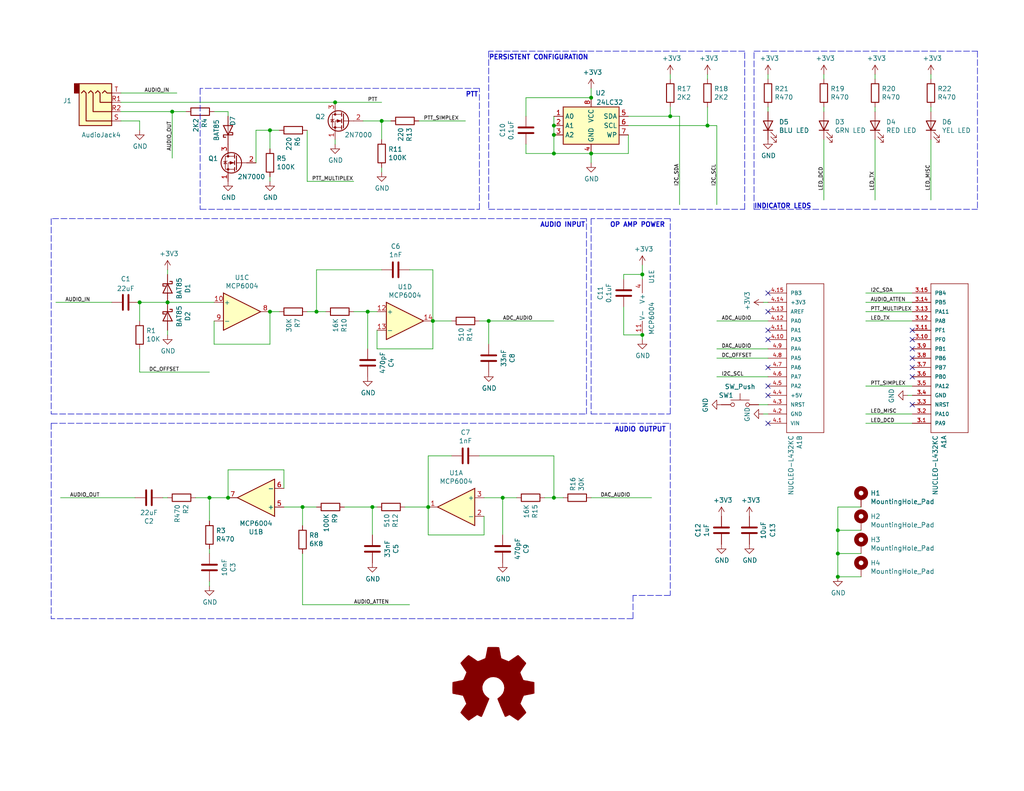
<source format=kicad_sch>
(kicad_sch (version 20230121) (generator eeschema)
  (paper "USLetter")
  (title_block (title "Nucleo32 TNC") (date "2021-01-03") (rev "C") (company "Mobilinkd TNC") (comment 1 "Based on Nucleo32 Breadboard TNC Project") (comment 2 "STM32L432 Nucleo32 Board"))
  (lib_symbols
    (symbol "Amplifier_Operational:MCP6004" (pin_names (offset 0.127))
      (property "Reference" "U" (at 0 5.08 0))
      (property "Value" "MCP6004" (at 0 -5.08 0))
      (symbol "MCP6004_1_1"
        (pin output line (at 7.62 0 180) (length 2.54) (name "~") (number "1"))
        (pin input line (at -7.62 -2.54 0) (length 2.54) (name "-") (number "2"))
        (pin input line (at -7.62 2.54 0) (length 2.54) (name "+") (number "3"))
      )
      (symbol "MCP6004_2_1"
        (pin input line (at -7.62 2.54 0) (length 2.54) (name "+") (number "5"))
        (pin input line (at -7.62 -2.54 0) (length 2.54) (name "-") (number "6"))
        (pin output line (at 7.62 0 180) (length 2.54) (name "~") (number "7"))
      )
      (symbol "MCP6004_3_1"
        (pin input line (at -7.62 2.54 0) (length 2.54) (name "+") (number "10"))
        (pin output line (at 7.62 0 180) (length 2.54) (name "~") (number "8"))
        (pin input line (at -7.62 -2.54 0) (length 2.54) (name "-") (number "9"))
      )
      (symbol "MCP6004_4_1"
        (pin input line (at -7.62 2.54 0) (length 2.54) (name "+") (number "12"))
        (pin input line (at -7.62 -2.54 0) (length 2.54) (name "-") (number "13"))
        (pin output line (at 7.62 0 180) (length 2.54) (name "~") (number "14"))
      )
      (symbol "MCP6004_5_1"
        (pin power_in line (at -2.54 -7.62 90) (length 3.81) (name "V-") (number "11"))
        (pin power_in line (at -2.54 7.62 270) (length 3.81) (name "V+") (number "4"))
      )
    )
    (symbol "Device:C" (pin_numbers hide) (pin_names (offset 0.254))
      (property "Reference" "C" (at 0.635 2.54 0))
      (property "Value" "C" (at 0.635 -2.54 0))
      (symbol "C_1_1"
        (pin passive line (at 0 3.81 270) (length 2.794) (name "~") (number "1"))
        (pin passive line (at 0 -3.81 90) (length 2.794) (name "~") (number "2"))
      )
    )
    (symbol "Device:LED" (pin_numbers hide) (pin_names (offset 1.016) hide)
      (property "Reference" "D" (at 0 2.54 0))
      (property "Value" "LED" (at 0 -2.54 0))
      (symbol "LED_1_1"
        (pin passive line (at -3.81 0 0) (length 2.54) (name "K") (number "1"))
        (pin passive line (at 3.81 0 180) (length 2.54) (name "A") (number "2"))
      )
    )
    (symbol "Device:R" (pin_numbers hide) (pin_names (offset 0))
      (property "Reference" "R" (at 2.032 0 90))
      (property "Value" "R" (at 0 0 90))
      (symbol "R_1_1"
        (pin passive line (at 0 3.81 270) (length 1.27) (name "~") (number "1"))
        (pin passive line (at 0 -3.81 90) (length 1.27) (name "~") (number "2"))
      )
    )
    (symbol "Diode:BAT85" (pin_numbers hide) (pin_names (offset 1.016) hide)
      (property "Reference" "D" (at 0 2.54 0))
      (property "Value" "BAT85" (at 0 -2.54 0))
      (symbol "BAT85_1_1"
        (pin passive line (at -3.81 0 0) (length 2.54) (name "K") (number "1"))
        (pin passive line (at 3.81 0 180) (length 2.54) (name "A") (number "2"))
      )
    )
    (symbol "Graphic:Logo_Open_Hardware_Large" (in_bom no) (on_board no))
    (symbol "Mechanical:MountingHole_Pad" (pin_numbers hide) (pin_names (offset 1.016) hide)
      (property "Reference" "H" (at 0 6.35 0))
      (property "Value" "MountingHole_Pad" (at 0 4.445 0))
      (symbol "MountingHole_Pad_1_1"
        (pin input line (at 0 -2.54 90) (length 2.54) (name "1") (number "1"))
      )
    )
    (symbol "Memory_EEPROM:24LC32"
      (property "Reference" "U" (at -6.35 6.35 0))
      (property "Value" "24LC32" (at 1.27 6.35 0))
      (symbol "24LC32_1_1"
        (pin input line (at -10.16 2.54 0) (length 2.54) (name "A0") (number "1"))
        (pin input line (at -10.16 0 0) (length 2.54) (name "A1") (number "2"))
        (pin input line (at -10.16 -2.54 0) (length 2.54) (name "A2") (number "3"))
        (pin power_in line (at 0 -7.62 90) (length 2.54) (name "GND") (number "4"))
        (pin bidirectional line (at 10.16 2.54 180) (length 2.54) (name "SDA") (number "5"))
        (pin input line (at 10.16 0 180) (length 2.54) (name "SCL") (number "6"))
        (pin input line (at 10.16 -2.54 180) (length 2.54) (name "WP") (number "7"))
        (pin power_in line (at 0 7.62 270) (length 2.54) (name "VCC") (number "8"))
      )
    )
    (symbol "NUCLEO-F303K8:NUCLEO-F303K8" (pin_names (offset 1.016))
      (property "Reference" "A" (at -5.08 20.8534 0))
      (property "Value" "NUCLEO-F303K8" (at -5.08 -22.6314 0))
      (symbol "NUCLEO-F303K8_1_0"
        (pin bidirectional line (at 10.16 17.78 180) (length 5.08) (name "PA9") (number "3.1"))
        (pin bidirectional line (at 10.16 -5.08 180) (length 5.08) (name "PF0") (number "3.10"))
        (pin bidirectional line (at 10.16 -7.62 180) (length 5.08) (name "PF1") (number "3.11"))
        (pin bidirectional line (at 10.16 -10.16 180) (length 5.08) (name "PA8") (number "3.12"))
        (pin bidirectional line (at 10.16 -12.7 180) (length 5.08) (name "PA11") (number "3.13"))
        (pin bidirectional line (at 10.16 -15.24 180) (length 5.08) (name "PB5") (number "3.14"))
        (pin bidirectional line (at 10.16 -17.78 180) (length 5.08) (name "PB4") (number "3.15"))
        (pin bidirectional line (at 10.16 15.24 180) (length 5.08) (name "PA10") (number "3.2"))
        (pin bidirectional line (at 10.16 12.7 180) (length 5.08) (name "NRST") (number "3.3"))
        (pin bidirectional line (at 10.16 10.16 180) (length 5.08) (name "GND") (number "3.4"))
        (pin bidirectional line (at 10.16 7.62 180) (length 5.08) (name "PA12") (number "3.5"))
        (pin bidirectional line (at 10.16 5.08 180) (length 5.08) (name "PB0") (number "3.6"))
        (pin bidirectional line (at 10.16 2.54 180) (length 5.08) (name "PB7") (number "3.7"))
        (pin bidirectional line (at 10.16 0 180) (length 5.08) (name "PB6") (number "3.8"))
        (pin bidirectional line (at 10.16 -2.54 180) (length 5.08) (name "PB1") (number "3.9"))
      )
      (symbol "NUCLEO-F303K8_2_0"
        (pin power_in line (at 10.16 17.78 180) (length 5.08) (name "VIN") (number "4.1"))
        (pin bidirectional line (at 10.16 -5.08 180) (length 5.08) (name "PA3") (number "4.10"))
        (pin bidirectional line (at 10.16 -7.62 180) (length 5.08) (name "PA1") (number "4.11"))
        (pin bidirectional line (at 10.16 -10.16 180) (length 5.08) (name "PA0") (number "4.12"))
        (pin bidirectional line (at 10.16 -12.7 180) (length 5.08) (name "AREF") (number "4.13"))
        (pin power_out line (at 10.16 -15.24 180) (length 5.08) (name "+3V3") (number "4.14"))
        (pin bidirectional line (at 10.16 -17.78 180) (length 5.08) (name "PB3") (number "4.15"))
        (pin power_out line (at 10.16 15.24 180) (length 5.08) (name "GND") (number "4.2"))
        (pin bidirectional line (at 10.16 12.7 180) (length 5.08) (name "NRST") (number "4.3"))
        (pin power_out line (at 10.16 10.16 180) (length 5.08) (name "+5V") (number "4.4"))
        (pin bidirectional line (at 10.16 7.62 180) (length 5.08) (name "PA2") (number "4.5"))
        (pin bidirectional line (at 10.16 5.08 180) (length 5.08) (name "PA7") (number "4.6"))
        (pin bidirectional line (at 10.16 2.54 180) (length 5.08) (name "PA6") (number "4.7"))
        (pin bidirectional line (at 10.16 0 180) (length 5.08) (name "PA5") (number "4.8"))
        (pin bidirectional line (at 10.16 -2.54 180) (length 5.08) (name "PA4") (number "4.9"))
      )
    )
    (symbol "NUCLEO-F303K8_1" (pin_names (offset 1.016))
      (property "Reference" "A" (at -5.08 20.8534 0))
      (property "Value" "NUCLEO-F303K8" (at -5.08 -22.6314 0))
      (symbol "NUCLEO-F303K8_1_1_0"
        (pin bidirectional line (at 10.16 17.78 180) (length 5.08) (name "PA9") (number "3.1"))
        (pin bidirectional line (at 10.16 -5.08 180) (length 5.08) (name "PF0") (number "3.10"))
        (pin bidirectional line (at 10.16 -7.62 180) (length 5.08) (name "PF1") (number "3.11"))
        (pin bidirectional line (at 10.16 -10.16 180) (length 5.08) (name "PA8") (number "3.12"))
        (pin bidirectional line (at 10.16 -12.7 180) (length 5.08) (name "PA11") (number "3.13"))
        (pin bidirectional line (at 10.16 -15.24 180) (length 5.08) (name "PB5") (number "3.14"))
        (pin bidirectional line (at 10.16 -17.78 180) (length 5.08) (name "PB4") (number "3.15"))
        (pin bidirectional line (at 10.16 15.24 180) (length 5.08) (name "PA10") (number "3.2"))
        (pin bidirectional line (at 10.16 12.7 180) (length 5.08) (name "NRST") (number "3.3"))
        (pin bidirectional line (at 10.16 10.16 180) (length 5.08) (name "GND") (number "3.4"))
        (pin bidirectional line (at 10.16 7.62 180) (length 5.08) (name "PA12") (number "3.5"))
        (pin bidirectional line (at 10.16 5.08 180) (length 5.08) (name "PB0") (number "3.6"))
        (pin bidirectional line (at 10.16 2.54 180) (length 5.08) (name "PB7") (number "3.7"))
        (pin bidirectional line (at 10.16 0 180) (length 5.08) (name "PB6") (number "3.8"))
        (pin bidirectional line (at 10.16 -2.54 180) (length 5.08) (name "PB1") (number "3.9"))
      )
      (symbol "NUCLEO-F303K8_1_2_0"
        (pin power_in line (at 10.16 17.78 180) (length 5.08) (name "VIN") (number "4.1"))
        (pin bidirectional line (at 10.16 -5.08 180) (length 5.08) (name "PA3") (number "4.10"))
        (pin bidirectional line (at 10.16 -7.62 180) (length 5.08) (name "PA1") (number "4.11"))
        (pin bidirectional line (at 10.16 -10.16 180) (length 5.08) (name "PA0") (number "4.12"))
        (pin bidirectional line (at 10.16 -12.7 180) (length 5.08) (name "AREF") (number "4.13"))
        (pin power_out line (at 10.16 -15.24 180) (length 5.08) (name "+3V3") (number "4.14"))
        (pin bidirectional line (at 10.16 -17.78 180) (length 5.08) (name "PB3") (number "4.15"))
        (pin power_out line (at 10.16 15.24 180) (length 5.08) (name "GND") (number "4.2"))
        (pin bidirectional line (at 10.16 12.7 180) (length 5.08) (name "NRST") (number "4.3"))
        (pin power_out line (at 10.16 10.16 180) (length 5.08) (name "+5V") (number "4.4"))
        (pin bidirectional line (at 10.16 7.62 180) (length 5.08) (name "PA2") (number "4.5"))
        (pin bidirectional line (at 10.16 5.08 180) (length 5.08) (name "PA7") (number "4.6"))
        (pin bidirectional line (at 10.16 2.54 180) (length 5.08) (name "PA6") (number "4.7"))
        (pin bidirectional line (at 10.16 0 180) (length 5.08) (name "PA5") (number "4.8"))
        (pin bidirectional line (at 10.16 -2.54 180) (length 5.08) (name "PA4") (number "4.9"))
      )
    )
    (symbol "NUCLEO-F303K8_2" (pin_names (offset 1.016))
      (property "Reference" "A" (at -5.08 20.8534 0))
      (property "Value" "NUCLEO-F303K8" (at -5.08 -22.6314 0))
      (symbol "NUCLEO-F303K8_2_1_0"
        (pin bidirectional line (at 10.16 17.78 180) (length 5.08) (name "PA9") (number "3.1"))
        (pin bidirectional line (at 10.16 -5.08 180) (length 5.08) (name "PF0") (number "3.10"))
        (pin bidirectional line (at 10.16 -7.62 180) (length 5.08) (name "PF1") (number "3.11"))
        (pin bidirectional line (at 10.16 -10.16 180) (length 5.08) (name "PA8") (number "3.12"))
        (pin bidirectional line (at 10.16 -12.7 180) (length 5.08) (name "PA11") (number "3.13"))
        (pin bidirectional line (at 10.16 -15.24 180) (length 5.08) (name "PB5") (number "3.14"))
        (pin bidirectional line (at 10.16 -17.78 180) (length 5.08) (name "PB4") (number "3.15"))
        (pin bidirectional line (at 10.16 15.24 180) (length 5.08) (name "PA10") (number "3.2"))
        (pin bidirectional line (at 10.16 12.7 180) (length 5.08) (name "NRST") (number "3.3"))
        (pin bidirectional line (at 10.16 10.16 180) (length 5.08) (name "GND") (number "3.4"))
        (pin bidirectional line (at 10.16 7.62 180) (length 5.08) (name "PA12") (number "3.5"))
        (pin bidirectional line (at 10.16 5.08 180) (length 5.08) (name "PB0") (number "3.6"))
        (pin bidirectional line (at 10.16 2.54 180) (length 5.08) (name "PB7") (number "3.7"))
        (pin bidirectional line (at 10.16 0 180) (length 5.08) (name "PB6") (number "3.8"))
        (pin bidirectional line (at 10.16 -2.54 180) (length 5.08) (name "PB1") (number "3.9"))
      )
      (symbol "NUCLEO-F303K8_2_2_0"
        (pin power_in line (at 10.16 17.78 180) (length 5.08) (name "VIN") (number "4.1"))
        (pin bidirectional line (at 10.16 -5.08 180) (length 5.08) (name "PA3") (number "4.10"))
        (pin bidirectional line (at 10.16 -7.62 180) (length 5.08) (name "PA1") (number "4.11"))
        (pin bidirectional line (at 10.16 -10.16 180) (length 5.08) (name "PA0") (number "4.12"))
        (pin bidirectional line (at 10.16 -12.7 180) (length 5.08) (name "AREF") (number "4.13"))
        (pin power_out line (at 10.16 -15.24 180) (length 5.08) (name "+3V3") (number "4.14"))
        (pin bidirectional line (at 10.16 -17.78 180) (length 5.08) (name "PB3") (number "4.15"))
        (pin power_out line (at 10.16 15.24 180) (length 5.08) (name "GND") (number "4.2"))
        (pin bidirectional line (at 10.16 12.7 180) (length 5.08) (name "NRST") (number "4.3"))
        (pin power_out line (at 10.16 10.16 180) (length 5.08) (name "+5V") (number "4.4"))
        (pin bidirectional line (at 10.16 7.62 180) (length 5.08) (name "PA2") (number "4.5"))
        (pin bidirectional line (at 10.16 5.08 180) (length 5.08) (name "PA7") (number "4.6"))
        (pin bidirectional line (at 10.16 2.54 180) (length 5.08) (name "PA6") (number "4.7"))
        (pin bidirectional line (at 10.16 0 180) (length 5.08) (name "PA5") (number "4.8"))
        (pin bidirectional line (at 10.16 -2.54 180) (length 5.08) (name "PA4") (number "4.9"))
      )
    )
    (symbol "NUCLEO-F303K8_3" (pin_names (offset 1.016))
      (property "Reference" "A" (at -5.08 20.8534 0))
      (property "Value" "NUCLEO-F303K8" (at -5.08 -22.6314 0))
      (symbol "NUCLEO-F303K8_3_1_0"
        (pin bidirectional line (at 10.16 17.78 180) (length 5.08) (name "PA9") (number "3.1"))
        (pin bidirectional line (at 10.16 -5.08 180) (length 5.08) (name "PF0") (number "3.10"))
        (pin bidirectional line (at 10.16 -7.62 180) (length 5.08) (name "PF1") (number "3.11"))
        (pin bidirectional line (at 10.16 -10.16 180) (length 5.08) (name "PA8") (number "3.12"))
        (pin bidirectional line (at 10.16 -12.7 180) (length 5.08) (name "PA11") (number "3.13"))
        (pin bidirectional line (at 10.16 -15.24 180) (length 5.08) (name "PB5") (number "3.14"))
        (pin bidirectional line (at 10.16 -17.78 180) (length 5.08) (name "PB4") (number "3.15"))
        (pin bidirectional line (at 10.16 15.24 180) (length 5.08) (name "PA10") (number "3.2"))
        (pin bidirectional line (at 10.16 12.7 180) (length 5.08) (name "NRST") (number "3.3"))
        (pin bidirectional line (at 10.16 10.16 180) (length 5.08) (name "GND") (number "3.4"))
        (pin bidirectional line (at 10.16 7.62 180) (length 5.08) (name "PA12") (number "3.5"))
        (pin bidirectional line (at 10.16 5.08 180) (length 5.08) (name "PB0") (number "3.6"))
        (pin bidirectional line (at 10.16 2.54 180) (length 5.08) (name "PB7") (number "3.7"))
        (pin bidirectional line (at 10.16 0 180) (length 5.08) (name "PB6") (number "3.8"))
        (pin bidirectional line (at 10.16 -2.54 180) (length 5.08) (name "PB1") (number "3.9"))
      )
      (symbol "NUCLEO-F303K8_3_2_0"
        (pin power_in line (at 10.16 17.78 180) (length 5.08) (name "VIN") (number "4.1"))
        (pin bidirectional line (at 10.16 -5.08 180) (length 5.08) (name "PA3") (number "4.10"))
        (pin bidirectional line (at 10.16 -7.62 180) (length 5.08) (name "PA1") (number "4.11"))
        (pin bidirectional line (at 10.16 -10.16 180) (length 5.08) (name "PA0") (number "4.12"))
        (pin bidirectional line (at 10.16 -12.7 180) (length 5.08) (name "AREF") (number "4.13"))
        (pin power_out line (at 10.16 -15.24 180) (length 5.08) (name "+3V3") (number "4.14"))
        (pin bidirectional line (at 10.16 -17.78 180) (length 5.08) (name "PB3") (number "4.15"))
        (pin power_out line (at 10.16 15.24 180) (length 5.08) (name "GND") (number "4.2"))
        (pin bidirectional line (at 10.16 12.7 180) (length 5.08) (name "NRST") (number "4.3"))
        (pin power_out line (at 10.16 10.16 180) (length 5.08) (name "+5V") (number "4.4"))
        (pin bidirectional line (at 10.16 7.62 180) (length 5.08) (name "PA2") (number "4.5"))
        (pin bidirectional line (at 10.16 5.08 180) (length 5.08) (name "PA7") (number "4.6"))
        (pin bidirectional line (at 10.16 2.54 180) (length 5.08) (name "PA6") (number "4.7"))
        (pin bidirectional line (at 10.16 0 180) (length 5.08) (name "PA5") (number "4.8"))
        (pin bidirectional line (at 10.16 -2.54 180) (length 5.08) (name "PA4") (number "4.9"))
      )
    )
    (symbol "Nucleo32TNC-rescue:+3.3V-power" (power) (pin_names (offset 0))
      (property "Value" "+3.3V-power" (at 0 3.556 0))
      (symbol "+3.3V-power_1_1"
        (pin power_in line (at 0 0 90) (length 0) hide (name "+3V3") (number "1"))
      )
    )
    (symbol "Nucleo32TNC-rescue:AudioJack4-Connector"
      (property "Reference" "J" (at 0 8.89 0))
      (property "Value" "Connector_AudioJack4" (at 0 6.35 0))
      (symbol "AudioJack4-Connector_1_1"
        (pin passive line (at 5.08 -2.54 180) (length 2.54) (name "~") (number "R1"))
        (pin passive line (at 5.08 0 180) (length 2.54) (name "~") (number "R2"))
        (pin passive line (at 5.08 2.54 180) (length 2.54) (name "~") (number "S"))
        (pin passive line (at 5.08 -5.08 180) (length 2.54) (name "~") (number "T"))
      )
    )
    (symbol "Switch:SW_Push" (pin_numbers hide) (pin_names (offset 1.016) hide)
      (property "Reference" "SW" (at 1.27 2.54 0))
      (property "Value" "SW_Push" (at 0 -1.524 0))
      (symbol "SW_Push_0_1"
        (pin passive line (at -5.08 0 0) (length 2.54) (name "1") (number "1"))
        (pin passive line (at 5.08 0 180) (length 2.54) (name "2") (number "2"))
      )
    )
    (symbol "Transistor_FET:2N7000" (pin_names hide)
      (property "Reference" "Q" (at 5.08 1.905 0))
      (property "Value" "2N7000" (at 5.08 0 0))
      (symbol "2N7000_1_1"
        (pin passive line (at 2.54 -5.08 90) (length 2.54) (name "S") (number "1"))
        (pin input line (at -5.08 0 0) (length 2.54) (name "G") (number "2"))
        (pin passive line (at 2.54 5.08 270) (length 2.54) (name "D") (number "3"))
      )
    )
    (symbol "power:GND" (power) (pin_names (offset 0))
      (property "Value" "GND" (at 0 -3.81 0))
      (symbol "GND_1_1"
        (pin power_in line (at 0 0 270) (length 0) hide (name "GND") (number "1"))
      )
    )
  )
  (junction (at 161.29 26.67))
  (junction (at 38.1 82.55))
  (junction (at 100.33 85.09))
  (junction (at 137.16 135.89))
  (junction (at 116.84 138.43))
  (junction (at 104.14 33.02))
  (junction (at 46.99 30.48))
  (junction (at 73.66 35.56))
  (junction (at 82.55 138.43))
  (junction (at 101.6 138.43))
  (junction (at 151.13 36.83))
  (junction (at 175.26 91.44))
  (junction (at 133.35 87.63))
  (junction (at 91.44 27.94))
  (junction (at 228.6 157.48))
  (junction (at 161.29 41.91))
  (junction (at 193.04 34.29))
  (junction (at 57.15 135.89))
  (junction (at 151.13 34.29))
  (junction (at 175.26 74.93))
  (junction (at 73.66 85.09))
  (junction (at 45.72 82.55))
  (junction (at 151.13 41.91))
  (junction (at 228.6 151.13))
  (junction (at 86.36 85.09))
  (junction (at 151.13 135.89))
  (junction (at 62.23 135.89))
  (junction (at 118.11 87.63))
  (junction (at 228.6 144.78))
  (junction (at 182.88 31.75))
  (no_connect (at 209.55 80.01))
  (no_connect (at 209.55 105.41))
  (no_connect (at 248.92 95.25))
  (no_connect (at 248.92 92.71))
  (no_connect (at 248.92 110.49))
  (no_connect (at 209.55 100.33))
  (no_connect (at 209.55 115.57))
  (no_connect (at 248.92 100.33))
  (no_connect (at 209.55 92.71))
  (no_connect (at 248.92 97.79))
  (no_connect (at 209.55 107.95))
  (no_connect (at 209.55 90.17))
  (no_connect (at 248.92 90.17))
  (no_connect (at 209.55 85.09))
  (no_connect (at 248.92 102.87))
  (wire (pts (xy 132.08 146.05) (xy 116.84 146.05)))
  (polyline (pts (xy 205.74 57.15) (xy 205.74 13.97)) (stroke (width 0) (type dash)))
  (wire (pts (xy 175.26 91.44) (xy 175.26 92.71)))
  (wire (pts (xy 101.6 138.43) (xy 93.98 138.43)))
  (wire (pts (xy 38.1 95.25) (xy 38.1 101.6)))
  (wire (pts (xy 228.6 151.13) (xy 228.6 157.48)))
  (wire (pts (xy 116.84 146.05) (xy 116.84 138.43)))
  (wire (pts (xy 209.55 102.87) (xy 195.58 102.87)))
  (wire (pts (xy 104.14 38.1) (xy 104.14 33.02)))
  (wire (pts (xy 195.58 34.29) (xy 195.58 55.88)))
  (wire (pts (xy 209.55 95.25) (xy 195.58 95.25)))
  (wire (pts (xy 238.76 38.1) (xy 238.76 54.61)))
  (polyline (pts (xy 160.02 113.03) (xy 160.02 59.69)) (stroke (width 0) (type dash)))
  (wire (pts (xy 82.55 143.51) (xy 82.55 138.43)))
  (wire (pts (xy 38.1 82.55) (xy 45.72 82.55)))
  (polyline (pts (xy 130.81 24.13) (xy 54.61 24.13)) (stroke (width 0) (type dash)))
  (polyline (pts (xy 203.2 13.97) (xy 133.35 13.97)) (stroke (width 0) (type dash)))
  (wire (pts (xy 171.45 34.29) (xy 193.04 34.29)))
  (wire (pts (xy 143.51 41.91) (xy 151.13 41.91)))
  (wire (pts (xy 102.87 95.25) (xy 118.11 95.25)))
  (wire (pts (xy 38.1 101.6) (xy 57.15 101.6)))
  (wire (pts (xy 111.76 73.66) (xy 118.11 73.66)))
  (wire (pts (xy 234.95 138.43) (xy 228.6 138.43)))
  (wire (pts (xy 69.85 44.45) (xy 69.85 35.56)))
  (wire (pts (xy 248.92 105.41) (xy 236.22 105.41)))
  (wire (pts (xy 38.1 87.63) (xy 38.1 82.55)))
  (wire (pts (xy 110.49 138.43) (xy 116.84 138.43)))
  (wire (pts (xy 133.35 93.98) (xy 133.35 87.63)))
  (wire (pts (xy 170.18 91.44) (xy 175.26 91.44)))
  (wire (pts (xy 114.3 33.02) (xy 127 33.02)))
  (wire (pts (xy 175.26 74.93) (xy 170.18 74.93)))
  (wire (pts (xy 182.88 20.32) (xy 182.88 21.59)))
  (wire (pts (xy 133.35 87.63) (xy 151.13 87.63)))
  (wire (pts (xy 73.66 35.56) (xy 76.2 35.56)))
  (polyline (pts (xy 172.72 168.91) (xy 13.97 168.91)) (stroke (width 0) (type dash)))
  (wire (pts (xy 96.52 85.09) (xy 100.33 85.09)))
  (wire (pts (xy 238.76 20.32) (xy 238.76 21.59)))
  (wire (pts (xy 161.29 26.67) (xy 143.51 26.67)))
  (wire (pts (xy 73.66 48.26) (xy 73.66 49.53)))
  (wire (pts (xy 57.15 151.13) (xy 57.15 149.86)))
  (wire (pts (xy 193.04 20.32) (xy 193.04 21.59)))
  (wire (pts (xy 100.33 85.09) (xy 102.87 85.09)))
  (polyline (pts (xy 182.88 59.69) (xy 161.29 59.69)) (stroke (width 0) (type dash)))
  (wire (pts (xy 170.18 74.93) (xy 170.18 76.2)))
  (wire (pts (xy 254 20.32) (xy 254 21.59)))
  (polyline (pts (xy 172.72 162.56) (xy 172.72 168.91)) (stroke (width 0) (type dash)))
  (wire (pts (xy 123.19 124.46) (xy 116.84 124.46)))
  (wire (pts (xy 137.16 135.89) (xy 132.08 135.89)))
  (wire (pts (xy 57.15 135.89) (xy 62.23 135.89)))
  (wire (pts (xy 77.47 128.27) (xy 62.23 128.27)))
  (wire (pts (xy 104.14 73.66) (xy 86.36 73.66)))
  (wire (pts (xy 58.42 93.98) (xy 73.66 93.98)))
  (polyline (pts (xy 13.97 113.03) (xy 160.02 113.03)) (stroke (width 0) (type dash)))
  (wire (pts (xy 46.99 30.48) (xy 50.8 30.48)))
  (wire (pts (xy 228.6 138.43) (xy 228.6 144.78)))
  (wire (pts (xy 151.13 135.89) (xy 151.13 124.46)))
  (wire (pts (xy 248.92 82.55) (xy 236.22 82.55)))
  (wire (pts (xy 175.26 74.93) (xy 175.26 76.2)))
  (wire (pts (xy 44.45 135.89) (xy 45.72 135.89)))
  (wire (pts (xy 248.92 113.03) (xy 236.22 113.03)))
  (wire (pts (xy 45.72 90.17) (xy 45.72 91.44)))
  (wire (pts (xy 248.92 115.57) (xy 236.22 115.57)))
  (wire (pts (xy 175.26 72.39) (xy 175.26 74.93)))
  (wire (pts (xy 73.66 93.98) (xy 73.66 85.09)))
  (wire (pts (xy 209.55 20.32) (xy 209.55 21.59)))
  (wire (pts (xy 82.55 151.13) (xy 82.55 165.1)))
  (wire (pts (xy 62.23 30.48) (xy 62.23 31.75)))
  (wire (pts (xy 209.55 110.49) (xy 207.01 110.49)))
  (wire (pts (xy 234.95 151.13) (xy 228.6 151.13)))
  (wire (pts (xy 151.13 31.75) (xy 151.13 34.29)))
  (polyline (pts (xy 182.88 162.56) (xy 172.72 162.56)) (stroke (width 0) (type dash)))
  (wire (pts (xy 53.34 135.89) (xy 57.15 135.89)))
  (wire (pts (xy 171.45 36.83) (xy 171.45 41.91)))
  (polyline (pts (xy 266.7 13.97) (xy 266.7 57.15)) (stroke (width 0) (type dash)))
  (wire (pts (xy 248.92 85.09) (xy 236.22 85.09)))
  (wire (pts (xy 62.23 128.27) (xy 62.23 135.89)))
  (polyline (pts (xy 182.88 115.57) (xy 182.88 162.56)) (stroke (width 0) (type dash)))
  (polyline (pts (xy 161.29 59.69) (xy 161.29 113.03)) (stroke (width 0) (type dash)))
  (wire (pts (xy 33.02 27.94) (xy 91.44 27.94)))
  (wire (pts (xy 83.82 35.56) (xy 83.82 49.53)))
  (wire (pts (xy 228.6 144.78) (xy 228.6 151.13)))
  (wire (pts (xy 151.13 34.29) (xy 151.13 36.83)))
  (polyline (pts (xy 205.74 57.15) (xy 266.7 57.15)) (stroke (width 0) (type dash)))
  (polyline (pts (xy 13.97 115.57) (xy 182.88 115.57)) (stroke (width 0) (type dash)))
  (wire (pts (xy 161.29 41.91) (xy 161.29 44.45)))
  (wire (pts (xy 101.6 138.43) (xy 101.6 146.05)))
  (wire (pts (xy 151.13 41.91) (xy 161.29 41.91)))
  (wire (pts (xy 143.51 39.37) (xy 143.51 41.91)))
  (wire (pts (xy 100.33 95.25) (xy 100.33 85.09)))
  (wire (pts (xy 46.99 30.48) (xy 46.99 43.18)))
  (wire (pts (xy 30.48 82.55) (xy 15.24 82.55)))
  (polyline (pts (xy 161.29 113.03) (xy 182.88 113.03)) (stroke (width 0) (type dash)))
  (wire (pts (xy 209.55 87.63) (xy 195.58 87.63)))
  (wire (pts (xy 153.67 135.89) (xy 151.13 135.89)))
  (wire (pts (xy 248.92 87.63) (xy 236.22 87.63)))
  (wire (pts (xy 118.11 87.63) (xy 123.19 87.63)))
  (wire (pts (xy 248.92 107.95) (xy 247.65 107.95)))
  (wire (pts (xy 73.66 40.64) (xy 73.66 35.56)))
  (wire (pts (xy 161.29 135.89) (xy 177.8 135.89)))
  (polyline (pts (xy 160.02 59.69) (xy 13.97 59.69)) (stroke (width 0) (type dash)))
  (wire (pts (xy 132.08 140.97) (xy 132.08 146.05)))
  (polyline (pts (xy 13.97 115.57) (xy 13.97 168.91)) (stroke (width 0) (type dash)))
  (wire (pts (xy 171.45 31.75) (xy 182.88 31.75)))
  (wire (pts (xy 151.13 135.89) (xy 148.59 135.89)))
  (polyline (pts (xy 203.2 57.15) (xy 203.2 13.97)) (stroke (width 0) (type dash)))
  (wire (pts (xy 137.16 146.05) (xy 137.16 135.89)))
  (polyline (pts (xy 13.97 59.69) (xy 13.97 113.03)) (stroke (width 0) (type dash)))
  (wire (pts (xy 91.44 38.1) (xy 91.44 39.37)))
  (wire (pts (xy 254 30.48) (xy 254 29.21)))
  (wire (pts (xy 82.55 165.1) (xy 111.76 165.1)))
  (wire (pts (xy 161.29 24.13) (xy 161.29 26.67)))
  (wire (pts (xy 209.55 113.03) (xy 208.28 113.03)))
  (wire (pts (xy 45.72 73.66) (xy 45.72 74.93)))
  (wire (pts (xy 57.15 158.75) (xy 57.15 160.02)))
  (wire (pts (xy 57.15 142.24) (xy 57.15 135.89)))
  (polyline (pts (xy 205.74 13.97) (xy 266.7 13.97)) (stroke (width 0) (type dash)))
  (wire (pts (xy 224.79 30.48) (xy 224.79 29.21)))
  (wire (pts (xy 62.23 30.48) (xy 58.42 30.48)))
  (wire (pts (xy 171.45 41.91) (xy 161.29 41.91)))
  (wire (pts (xy 116.84 124.46) (xy 116.84 138.43)))
  (wire (pts (xy 151.13 124.46) (xy 130.81 124.46)))
  (polyline (pts (xy 133.35 13.97) (xy 133.35 57.15)) (stroke (width 0) (type dash)))
  (wire (pts (xy 248.92 80.01) (xy 236.22 80.01)))
  (wire (pts (xy 182.88 31.75) (xy 185.42 31.75)))
  (wire (pts (xy 86.36 73.66) (xy 86.36 85.09)))
  (polyline (pts (xy 133.35 57.15) (xy 203.2 57.15)) (stroke (width 0) (type dash)))
  (wire (pts (xy 102.87 90.17) (xy 102.87 95.25)))
  (wire (pts (xy 209.55 82.55) (xy 208.28 82.55)))
  (wire (pts (xy 193.04 34.29) (xy 195.58 34.29)))
  (wire (pts (xy 224.79 20.32) (xy 224.79 21.59)))
  (wire (pts (xy 254 38.1) (xy 254 54.61)))
  (polyline (pts (xy 54.61 24.13) (xy 54.61 57.15)) (stroke (width 0) (type dash)))
  (wire (pts (xy 143.51 26.67) (xy 143.51 31.75)))
  (wire (pts (xy 73.66 85.09) (xy 76.2 85.09)))
  (wire (pts (xy 77.47 133.35) (xy 77.47 128.27)))
  (wire (pts (xy 36.83 135.89) (xy 16.51 135.89)))
  (polyline (pts (xy 182.88 113.03) (xy 182.88 59.69)) (stroke (width 0) (type dash)))
  (wire (pts (xy 209.55 97.79) (xy 195.58 97.79)))
  (wire (pts (xy 45.72 82.55) (xy 58.42 82.55)))
  (wire (pts (xy 104.14 33.02) (xy 106.68 33.02)))
  (wire (pts (xy 83.82 49.53) (xy 96.52 49.53)))
  (wire (pts (xy 33.02 25.4) (xy 48.26 25.4)))
  (wire (pts (xy 118.11 73.66) (xy 118.11 87.63)))
  (wire (pts (xy 69.85 35.56) (xy 73.66 35.56)))
  (wire (pts (xy 33.02 33.02) (xy 38.1 33.02)))
  (wire (pts (xy 193.04 29.21) (xy 193.04 34.29)))
  (wire (pts (xy 58.42 87.63) (xy 58.42 93.98)))
  (wire (pts (xy 140.97 135.89) (xy 137.16 135.89)))
  (wire (pts (xy 151.13 36.83) (xy 151.13 41.91)))
  (wire (pts (xy 118.11 95.25) (xy 118.11 87.63)))
  (polyline (pts (xy 54.61 57.15) (xy 130.81 57.15)) (stroke (width 0) (type dash)))
  (polyline (pts (xy 130.81 57.15) (xy 130.81 24.13)) (stroke (width 0) (type dash)))
  (wire (pts (xy 82.55 138.43) (xy 77.47 138.43)))
  (wire (pts (xy 130.81 87.63) (xy 133.35 87.63)))
  (wire (pts (xy 102.87 138.43) (xy 101.6 138.43)))
  (wire (pts (xy 104.14 45.72) (xy 104.14 46.99)))
  (wire (pts (xy 83.82 85.09) (xy 86.36 85.09)))
  (wire (pts (xy 91.44 27.94) (xy 104.14 27.94)))
  (wire (pts (xy 86.36 85.09) (xy 88.9 85.09)))
  (wire (pts (xy 99.06 33.02) (xy 104.14 33.02)))
  (wire (pts (xy 238.76 30.48) (xy 238.76 29.21)))
  (wire (pts (xy 234.95 144.78) (xy 228.6 144.78)))
  (wire (pts (xy 224.79 38.1) (xy 224.79 54.61)))
  (wire (pts (xy 234.95 157.48) (xy 228.6 157.48)))
  (wire (pts (xy 170.18 83.82) (xy 170.18 91.44)))
  (wire (pts (xy 38.1 33.02) (xy 38.1 35.56)))
  (wire (pts (xy 182.88 29.21) (xy 182.88 31.75)))
  (wire (pts (xy 209.55 30.48) (xy 209.55 29.21)))
  (wire (pts (xy 185.42 31.75) (xy 185.42 55.88)))
  (wire (pts (xy 33.02 30.48) (xy 46.99 30.48)))
  (wire (pts (xy 86.36 138.43) (xy 82.55 138.43)))
  (text "AUDIO OUTPUT" (at 167.64 118.11 0) (effects (font (size 1.27 1.27) (thickness 0.254) bold) (justify left bottom)))
  (text "PTT" (at 127 26.67 0) (effects (font (size 1.27 1.27) (thickness 0.254) bold) (justify left bottom)))
  (text "AUDIO INPUT" (at 147.32 62.23 0) (effects (font (size 1.27 1.27) (thickness 0.254) bold) (justify left bottom)))
  (text "INDICATOR LEDS" (at 205.74 57.15 0) (effects (font (size 1.27 1.27) (thickness 0.254) bold) (justify left bottom)))
  (text "PERSISTENT CONFIGURATION" (at 133.35 16.51 0) (effects (font (size 1.27 1.27) (thickness 0.254) bold) (justify left bottom)))
  (text "OP AMP POWER" (at 166.37 62.23 0) (effects (font (size 1.27 1.27) (thickness 0.254) bold) (justify left bottom)))
  (label "AUDIO_IN" (at 17.78 82.55 0) (effects (font (size 0.9906 0.9906))))
  (label "ADC_AUDIO" (at 137.16 87.63 0) (effects (font (size 0.9906 0.9906))))
  (label "DAC_AUDIO" (at 163.83 135.89 0) (effects (font (size 0.9906 0.9906))))
  (label "PTT_SIMPLEX" (at 115.57 33.02 0) (effects (font (size 0.9906 0.9906))))
  (label "LED_MISC" (at 254 52.07 90) (effects (font (size 0.9906 0.9906))))
  (label "PTT_MULTIPLEX" (at 85.09 49.53 0) (effects (font (size 0.9906 0.9906))))
  (label "I2C_SDA" (at 237.49 80.01 0) (effects (font (size 0.9906 0.9906))))
  (label "ADC_AUDIO" (at 196.85 87.63 0) (effects (font (size 0.9906 0.9906))))
  (label "AUDIO_ATTEN" (at 237.49 82.55 0) (effects (font (size 0.9906 0.9906))))
  (label "LED_TX" (at 237.49 87.63 0) (effects (font (size 0.9906 0.9906))))
  (label "AUDIO_ATTEN" (at 96.52 165.1 0) (effects (font (size 0.9906 0.9906))))
  (label "AUDIO_OUT" (at 46.99 33.02 270) (effects (font (size 0.9906 0.9906))))
  (label "DAC_AUDIO" (at 196.85 95.25 0) (effects (font (size 0.9906 0.9906))))
  (label "LED_TX" (at 238.76 52.07 90) (effects (font (size 0.9906 0.9906))))
  (label "DC_OFFSET" (at 196.85 97.79 0) (effects (font (size 0.9906 0.9906))))
  (label "I2C_SCL" (at 195.58 50.8 90) (effects (font (size 0.9906 0.9906))))
  (label "I2C_SCL" (at 196.85 102.87 0) (effects (font (size 0.9906 0.9906))))
  (label "I2C_SDA" (at 185.42 50.8 90) (effects (font (size 0.9906 0.9906))))
  (label "PTT" (at 100.33 27.94 0) (effects (font (size 0.9906 0.9906))))
  (label "AUDIO_OUT" (at 19.05 135.89 0) (effects (font (size 0.9906 0.9906))))
  (label "LED_MISC" (at 237.49 113.03 0) (effects (font (size 0.9906 0.9906))))
  (label "DC_OFFSET" (at 40.64 101.6 0) (effects (font (size 0.9906 0.9906))))
  (label "AUDIO_IN" (at 39.37 25.4 0) (effects (font (size 0.9906 0.9906))))
  (label "PTT_MULTIPLEX" (at 237.49 85.09 0) (effects (font (size 0.9906 0.9906))))
  (label "LED_DCD" (at 237.49 115.57 0) (effects (font (size 0.9906 0.9906))))
  (label "PTT_SIMPLEX" (at 237.49 105.41 0) (effects (font (size 0.9906 0.9906))))
  (label "LED_DCD" (at 224.79 52.07 90) (effects (font (size 0.9906 0.9906))))
  (symbol (lib_id "NUCLEO-F303K8:NUCLEO-F303K8") (at 259.08 97.79 180) (unit 1)
    (property "Reference" "A1" (at 257.5052 118.8212 90) (effects (justify left)))
    (property "Value" "NUCLEO-L432KC" (at 255.1938 118.8212 90) (effects (justify left)))
    (property "Footprint" "MODULE_NUCLEO-F303K8" (effects hide))
    (property "Datasheet" "NUCLEO-F303K8" (effects hide))
    (property "Field4" "Unavailable" (effects hide))
    (property "Field5" "None" (effects hide))
    (property "Field6" "STM32 Nucleo-32 development board with STM32L432KC MCU, supports Arduino connectivity" (effects hide))
    (property "Field7" "STMicroelectronics" (effects hide))
    (property "Field8" "None" (effects hide))
  )
  (symbol (lib_name "NUCLEO-F303K8_3") (lib_id "NUCLEO-F303K8:NUCLEO-F303K8") (at 219.71 97.79 180) (unit 2)
    (property "Reference" "A1" (at 218.1352 118.8212 90) (effects (justify left)))
    (property "Value" "NUCLEO-L432KC" (at 215.8238 118.8212 90) (effects (justify left)))
    (property "Footprint" "MODULE_NUCLEO-F303K8" (effects hide))
    (property "Datasheet" "NUCLEO-F303K8" (effects hide))
    (property "Field4" "Unavailable" (effects hide))
    (property "Field5" "None" (effects hide))
    (property "Field6" "STM32 Nucleo-32 development board with STM32L432KC MCU, supports Arduino connectivity" (effects hide))
    (property "Field7" "STMicroelectronics" (effects hide))
    (property "Field8" "None" (effects hide))
  )
  (symbol (lib_id "Amplifier_Operational:MCP6004") (at 124.46 138.43 0) (mirror y) (unit 1)
    (property "Reference" "U1" (at 124.46 129.1082 0))
    (property "Value" "MCP6004" (at 124.46 131.4196 0))
    (property "Footprint" "Package_DIP:DIP-14_W7.62mm_Socket" (effects hide))
    (property "Datasheet" "http://ww1.microchip.com/downloads/en/DeviceDoc/21733j.pdf" (effects hide))
  )
  (symbol (lib_id "Amplifier_Operational:MCP6004") (at 69.85 135.89 180) (unit 2)
    (property "Reference" "U1" (at 69.85 145.2118 0))
    (property "Value" "MCP6004" (at 69.85 142.9004 0))
    (property "Footprint" "Package_DIP:DIP-14_W7.62mm_Socket" (effects hide))
    (property "Datasheet" "http://ww1.microchip.com/downloads/en/DeviceDoc/21733j.pdf" (effects hide))
  )
  (symbol (lib_id "Amplifier_Operational:MCP6004") (at 66.04 85.09 0) (unit 3)
    (property "Reference" "U1" (at 66.04 75.7682 0))
    (property "Value" "MCP6004" (at 66.04 78.0796 0))
    (property "Footprint" "Package_DIP:DIP-14_W7.62mm_Socket" (effects hide))
    (property "Datasheet" "http://ww1.microchip.com/downloads/en/DeviceDoc/21733j.pdf" (effects hide))
  )
  (symbol (lib_id "Amplifier_Operational:MCP6004") (at 110.49 87.63 0) (unit 4)
    (property "Reference" "U1" (at 110.49 78.3082 0))
    (property "Value" "MCP6004" (at 110.49 80.6196 0))
    (property "Footprint" "Package_DIP:DIP-14_W7.62mm_Socket" (effects hide))
    (property "Datasheet" "http://ww1.microchip.com/downloads/en/DeviceDoc/21733j.pdf" (effects hide))
  )
  (symbol (lib_id "Amplifier_Operational:MCP6004") (at 177.8 83.82 0) (unit 5)
    (property "Reference" "U1" (at 177.8 77.47 90) (effects (justify left)))
    (property "Value" "MCP6004" (at 177.8 91.44 90) (effects (justify left)))
    (property "Footprint" "Package_DIP:DIP-14_W7.62mm_Socket" (effects hide))
    (property "Datasheet" "http://ww1.microchip.com/downloads/en/DeviceDoc/21733j.pdf" (effects hide))
  )
  (symbol (lib_id "Memory_EEPROM:24LC32") (at 161.29 34.29 0) (unit 1)
    (property "Reference" "U2" (at 163.83 25.4 0))
    (property "Value" "24LC32" (at 166.37 27.94 0))
    (property "Footprint" "Package_DIP:DIP-8_W7.62mm_Socket" (effects hide))
    (property "Datasheet" "http://ww1.microchip.com/downloads/en/DeviceDoc/21072G.pdf" (effects hide))
  )
  (symbol (lib_id "Transistor_FET:2N7000") (at 64.77 44.45 0) (mirror y) (unit 1)
    (property "Reference" "Q1" (at 59.5376 43.2816 0) (effects (justify left)))
    (property "Value" "2N7000" (at 72.39 48.26 0) (effects (justify left)))
    (property "Footprint" "Package_TO_SOT_THT:TO-92_Inline_Wide" (effects hide))
    (property "Datasheet" "https://www.fairchildsemi.com/datasheets/2N/2N7000.pdf" (effects hide))
  )
  (symbol (lib_id "Transistor_FET:2N7000") (at 93.98 33.02 0) (mirror y) (unit 1)
    (property "Reference" "Q2" (at 88.7476 31.8516 0) (effects (justify left)))
    (property "Value" "2N7000" (at 101.6 36.83 0) (effects (justify left)))
    (property "Footprint" "Package_TO_SOT_THT:TO-92_Inline_Wide" (effects hide))
    (property "Datasheet" "https://www.fairchildsemi.com/datasheets/2N/2N7000.pdf" (effects hide))
  )
  (symbol (lib_id "Diode:BAT85") (at 45.72 78.74 270) (unit 1)
    (property "Reference" "D1" (at 51.2064 78.74 0))
    (property "Value" "BAT85" (at 48.895 78.74 0))
    (property "Footprint" "Diode_THT:D_DO-35_SOD27_P7.62mm_Horizontal" (effects hide))
    (property "Datasheet" "https://assets.nexperia.com/documents/data-sheet/BAT85.pdf" (effects hide))
  )
  (symbol (lib_id "Diode:BAT85") (at 45.72 86.36 270) (unit 1)
    (property "Reference" "D2" (at 51.2064 86.36 0))
    (property "Value" "BAT85" (at 48.895 86.36 0))
    (property "Footprint" "Diode_THT:D_DO-35_SOD27_P7.62mm_Horizontal" (effects hide))
    (property "Datasheet" "https://assets.nexperia.com/documents/data-sheet/BAT85.pdf" (effects hide))
  )
  (symbol (lib_id "Device:LED") (at 224.79 34.29 90) (unit 1)
    (property "Reference" "D3" (at 227.7618 33.2994 90) (effects (justify right)))
    (property "Value" "GRN LED" (at 227.7618 35.6108 90) (effects (justify right)))
    (property "Footprint" "LED_THT:LED_D3.0mm_Horizontal_O3.81mm_Z2.0mm" (effects hide))
  )
  (symbol (lib_id "Device:LED") (at 238.76 34.29 90) (unit 1)
    (property "Reference" "D4" (at 241.7572 33.2994 90) (effects (justify right)))
    (property "Value" "RED LED" (at 241.7572 35.6108 90) (effects (justify right)))
    (property "Footprint" "LED_THT:LED_D3.0mm_Horizontal_O3.81mm_Z2.0mm" (effects hide))
  )
  (symbol (lib_id "Device:R") (at 193.04 25.4 0) (unit 1)
    (property "Reference" "R18" (at 194.818 24.2316 0) (effects (justify left)))
    (property "Value" "2K2" (at 194.818 26.543 0) (effects (justify left)))
    (property "Footprint" "Resistor_THT:R_Axial_DIN0207_L6.3mm_D2.5mm_P7.62mm_Horizontal" (effects hide))
  )
  (symbol (lib_id "Device:R") (at 54.61 30.48 270) (unit 1)
    (property "Reference" "R4" (at 55.7784 32.258 0) (effects (justify left)))
    (property "Value" "2K2" (at 53.467 32.258 0) (effects (justify left)))
    (property "Footprint" "Resistor_THT:R_Axial_DIN0207_L6.3mm_D2.5mm_P7.62mm_Horizontal" (effects hide))
  )
  (symbol (lib_id "Nucleo32TNC-rescue:+3.3V-power") (at 208.28 82.55 90) (unit 1)
    (property "Reference" "#PWR019" (effects hide))
    (property "Value" "+3.3V" (at 203.8858 82.169 0))
  )
  (symbol (lib_id "power:GND") (at 208.28 113.03 270) (unit 1)
    (property "Reference" "#PWR025" (effects hide))
    (property "Value" "GND" (at 203.8858 113.157 0))
  )
  (symbol (lib_id "power:GND") (at 62.23 49.53 0) (unit 1)
    (property "Reference" "#PWR05" (effects hide))
    (property "Value" "GND" (at 62.357 53.9242 0))
  )
  (symbol (lib_id "power:GND") (at 91.44 39.37 0) (unit 1)
    (property "Reference" "#PWR07" (effects hide))
    (property "Value" "GND" (at 91.567 43.7642 0))
  )
  (symbol (lib_id "Device:R") (at 80.01 35.56 270) (unit 1)
    (property "Reference" "R6" (at 81.1784 37.338 0) (effects (justify left)))
    (property "Value" "220" (at 78.867 37.338 0) (effects (justify left)))
    (property "Footprint" "Resistor_THT:R_Axial_DIN0207_L6.3mm_D2.5mm_P7.62mm_Horizontal" (effects hide))
  )
  (symbol (lib_id "Device:R") (at 110.49 33.02 270) (unit 1)
    (property "Reference" "R13" (at 111.6584 34.798 0) (effects (justify left)))
    (property "Value" "220" (at 109.347 34.798 0) (effects (justify left)))
    (property "Footprint" "Resistor_THT:R_Axial_DIN0207_L6.3mm_D2.5mm_P7.62mm_Horizontal" (effects hide))
  )
  (symbol (lib_id "Device:R") (at 73.66 44.45 0) (unit 1)
    (property "Reference" "R5" (at 75.438 43.2816 0) (effects (justify left)))
    (property "Value" "100K" (at 75.438 45.593 0) (effects (justify left)))
    (property "Footprint" "Resistor_THT:R_Axial_DIN0207_L6.3mm_D2.5mm_P7.62mm_Horizontal" (effects hide))
  )
  (symbol (lib_id "power:GND") (at 73.66 49.53 0) (unit 1)
    (property "Reference" "#PWR06" (effects hide))
    (property "Value" "GND" (at 73.787 53.9242 0))
  )
  (symbol (lib_id "Device:R") (at 104.14 41.91 0) (unit 1)
    (property "Reference" "R11" (at 105.918 40.7416 0) (effects (justify left)))
    (property "Value" "100K" (at 105.918 43.053 0) (effects (justify left)))
    (property "Footprint" "Resistor_THT:R_Axial_DIN0207_L6.3mm_D2.5mm_P7.62mm_Horizontal" (effects hide))
  )
  (symbol (lib_id "power:GND") (at 104.14 46.99 0) (unit 1)
    (property "Reference" "#PWR010" (effects hide))
    (property "Value" "GND" (at 104.267 51.3842 0))
  )
  (symbol (lib_id "Device:R") (at 182.88 25.4 0) (unit 1)
    (property "Reference" "R17" (at 184.658 24.2316 0) (effects (justify left)))
    (property "Value" "2K2" (at 184.658 26.543 0) (effects (justify left)))
    (property "Footprint" "Resistor_THT:R_Axial_DIN0207_L6.3mm_D2.5mm_P7.62mm_Horizontal" (effects hide))
  )
  (symbol (lib_id "Device:R") (at 238.76 25.4 0) (unit 1)
    (property "Reference" "R20" (at 240.538 24.2316 0) (effects (justify left)))
    (property "Value" "R470" (at 240.538 26.543 0) (effects (justify left)))
    (property "Footprint" "Resistor_THT:R_Axial_DIN0207_L6.3mm_D2.5mm_P7.62mm_Horizontal" (effects hide))
  )
  (symbol (lib_id "Device:R") (at 224.79 25.4 0) (unit 1)
    (property "Reference" "R19" (at 226.568 24.2316 0) (effects (justify left)))
    (property "Value" "R470" (at 226.568 26.543 0) (effects (justify left)))
    (property "Footprint" "Resistor_THT:R_Axial_DIN0207_L6.3mm_D2.5mm_P7.62mm_Horizontal" (effects hide))
  )
  (symbol (lib_id "Nucleo32TNC-rescue:+3.3V-power") (at 224.79 20.32 0) (unit 1)
    (property "Reference" "#PWR021" (effects hide))
    (property "Value" "+3.3V" (at 225.171 15.9258 0))
  )
  (symbol (lib_id "Nucleo32TNC-rescue:+3.3V-power") (at 45.72 73.66 0) (unit 1)
    (property "Reference" "#PWR02" (effects hide))
    (property "Value" "+3.3V" (at 46.101 69.2658 0))
  )
  (symbol (lib_id "Nucleo32TNC-rescue:+3.3V-power") (at 238.76 20.32 0) (unit 1)
    (property "Reference" "#PWR024" (effects hide))
    (property "Value" "+3.3V" (at 239.141 15.9258 0))
  )
  (symbol (lib_id "power:GND") (at 45.72 91.44 0) (unit 1)
    (property "Reference" "#PWR03" (effects hide))
    (property "Value" "GND" (at 45.847 95.8342 0))
  )
  (symbol (lib_id "Device:R") (at 80.01 85.09 270) (unit 1)
    (property "Reference" "R7" (at 81.1784 86.868 0) (effects (justify left)))
    (property "Value" "30K" (at 78.867 86.868 0) (effects (justify left)))
    (property "Footprint" "Resistor_THT:R_Axial_DIN0207_L6.3mm_D2.5mm_P7.62mm_Horizontal" (effects hide))
  )
  (symbol (lib_id "power:GND") (at 247.65 107.95 270) (unit 1)
    (property "Reference" "#PWR023" (effects hide))
    (property "Value" "GND" (at 243.2558 108.077 0))
  )
  (symbol (lib_id "power:GND") (at 38.1 35.56 0) (unit 1)
    (property "Reference" "#PWR01" (effects hide))
    (property "Value" "GND" (at 38.227 39.9542 0))
  )
  (symbol (lib_id "Device:R") (at 92.71 85.09 270) (unit 1)
    (property "Reference" "R10" (at 93.8784 86.868 0) (effects (justify left)))
    (property "Value" "16K" (at 91.567 86.868 0) (effects (justify left)))
    (property "Footprint" "Resistor_THT:R_Axial_DIN0207_L6.3mm_D2.5mm_P7.62mm_Horizontal" (effects hide))
  )
  (symbol (lib_id "Nucleo32TNC-rescue:AudioJack4-Connector") (at 27.94 30.48 0) (mirror x) (unit 1)
    (property "Reference" "J1" (at 19.5834 27.5082 0) (effects (justify right)))
    (property "Value" "AudioJack4" (at 33.02 36.83 0) (effects (justify right)))
    (property "Footprint" "KiCAD:CUI_SJ-43515TS" (effects hide))
  )
  (symbol (lib_id "Device:C") (at 107.95 73.66 270) (unit 1)
    (property "Reference" "C6" (at 107.95 67.2592 90))
    (property "Value" "1nF" (at 107.95 69.5706 90))
    (property "Footprint" "Capacitor_THT:C_Disc_D6.0mm_W2.5mm_P5.00mm" (effects hide))
  )
  (symbol (lib_id "Device:R") (at 127 87.63 270) (unit 1)
    (property "Reference" "R14" (at 128.1684 89.408 0) (effects (justify left)))
    (property "Value" "510" (at 125.857 89.408 0) (effects (justify left)))
    (property "Footprint" "Resistor_THT:R_Axial_DIN0207_L6.3mm_D2.5mm_P7.62mm_Horizontal" (effects hide))
  )
  (symbol (lib_id "Device:C") (at 100.33 99.06 180) (unit 1)
    (property "Reference" "C4" (at 106.7308 99.06 90))
    (property "Value" "470pF" (at 104.4194 99.06 90))
    (property "Footprint" "Capacitor_THT:C_Disc_D6.0mm_W2.5mm_P5.00mm" (effects hide))
  )
  (symbol (lib_id "Device:C") (at 133.35 97.79 180) (unit 1)
    (property "Reference" "C8" (at 139.7508 97.79 90))
    (property "Value" "33nF" (at 137.4394 97.79 90))
    (property "Footprint" "Capacitor_THT:C_Disc_D6.0mm_W2.5mm_P5.00mm" (effects hide))
  )
  (symbol (lib_id "power:GND") (at 100.33 102.87 0) (unit 1)
    (property "Reference" "#PWR08" (effects hide))
    (property "Value" "GND" (at 100.457 107.2642 0))
  )
  (symbol (lib_id "power:GND") (at 133.35 101.6 0) (unit 1)
    (property "Reference" "#PWR011" (effects hide))
    (property "Value" "GND" (at 133.477 105.9942 0))
  )
  (symbol (lib_id "Device:R") (at 157.48 135.89 90) (unit 1)
    (property "Reference" "R16" (at 156.3116 134.112 0) (effects (justify left)))
    (property "Value" "30K" (at 158.623 134.112 0) (effects (justify left)))
    (property "Footprint" "Resistor_THT:R_Axial_DIN0207_L6.3mm_D2.5mm_P7.62mm_Horizontal" (effects hide))
  )
  (symbol (lib_id "Device:R") (at 144.78 135.89 270) (unit 1)
    (property "Reference" "R15" (at 145.9484 137.668 0) (effects (justify left)))
    (property "Value" "16K" (at 143.637 137.668 0) (effects (justify left)))
    (property "Footprint" "Resistor_THT:R_Axial_DIN0207_L6.3mm_D2.5mm_P7.62mm_Horizontal" (effects hide))
  )
  (symbol (lib_id "Device:C") (at 127 124.46 270) (unit 1)
    (property "Reference" "C7" (at 127 118.0592 90))
    (property "Value" "1nF" (at 127 120.3706 90))
    (property "Footprint" "Capacitor_THT:C_Disc_D6.0mm_W2.5mm_P5.00mm" (effects hide))
  )
  (symbol (lib_id "Device:C") (at 137.16 149.86 180) (unit 1)
    (property "Reference" "C9" (at 143.5608 149.86 90))
    (property "Value" "470pF" (at 141.2494 149.86 90))
    (property "Footprint" "Capacitor_THT:C_Disc_D6.0mm_W2.5mm_P5.00mm" (effects hide))
  )
  (symbol (lib_id "power:GND") (at 137.16 153.67 0) (unit 1)
    (property "Reference" "#PWR012" (effects hide))
    (property "Value" "GND" (at 137.287 158.0642 0))
  )
  (symbol (lib_id "Device:R") (at 106.68 138.43 270) (unit 1)
    (property "Reference" "R12" (at 107.8484 140.208 0) (effects (justify left)))
    (property "Value" "510" (at 105.537 140.208 0) (effects (justify left)))
    (property "Footprint" "Resistor_THT:R_Axial_DIN0207_L6.3mm_D2.5mm_P7.62mm_Horizontal" (effects hide))
  )
  (symbol (lib_id "Device:C") (at 101.6 149.86 180) (unit 1)
    (property "Reference" "C5" (at 108.0008 149.86 90))
    (property "Value" "33nF" (at 105.6894 149.86 90))
    (property "Footprint" "Capacitor_THT:C_Disc_D6.0mm_W2.5mm_P5.00mm" (effects hide))
  )
  (symbol (lib_id "Device:R") (at 90.17 138.43 270) (unit 1)
    (property "Reference" "R9" (at 91.3384 140.208 0) (effects (justify left)))
    (property "Value" "100K" (at 89.027 140.208 0) (effects (justify left)))
    (property "Footprint" "Resistor_THT:R_Axial_DIN0207_L6.3mm_D2.5mm_P7.62mm_Horizontal" (effects hide))
  )
  (symbol (lib_id "power:GND") (at 101.6 153.67 0) (unit 1)
    (property "Reference" "#PWR09" (effects hide))
    (property "Value" "GND" (at 101.727 158.0642 0))
  )
  (symbol (lib_id "Device:R") (at 82.55 147.32 0) (unit 1)
    (property "Reference" "R8" (at 84.328 146.1516 0) (effects (justify left)))
    (property "Value" "6K8" (at 84.328 148.463 0) (effects (justify left)))
    (property "Footprint" "Resistor_THT:R_Axial_DIN0207_L6.3mm_D2.5mm_P7.62mm_Horizontal" (effects hide))
  )
  (symbol (lib_id "Device:R") (at 57.15 146.05 0) (unit 1)
    (property "Reference" "R3" (at 58.928 144.8816 0) (effects (justify left)))
    (property "Value" "R470" (at 58.928 147.193 0) (effects (justify left)))
    (property "Footprint" "Resistor_THT:R_Axial_DIN0207_L6.3mm_D2.5mm_P7.62mm_Horizontal" (effects hide))
  )
  (symbol (lib_id "Device:R") (at 49.53 135.89 270) (unit 1)
    (property "Reference" "R2" (at 50.6984 137.668 0) (effects (justify left)))
    (property "Value" "R470" (at 48.387 137.668 0) (effects (justify left)))
    (property "Footprint" "Resistor_THT:R_Axial_DIN0207_L6.3mm_D2.5mm_P7.62mm_Horizontal" (effects hide))
  )
  (symbol (lib_id "Device:C") (at 57.15 154.94 180) (unit 1)
    (property "Reference" "C3" (at 63.5508 154.94 90))
    (property "Value" "10nF" (at 61.2394 154.94 90))
    (property "Footprint" "Capacitor_THT:C_Disc_D6.0mm_W2.5mm_P5.00mm" (effects hide))
  )
  (symbol (lib_id "power:GND") (at 57.15 160.02 0) (unit 1)
    (property "Reference" "#PWR04" (effects hide))
    (property "Value" "GND" (at 57.277 164.4142 0))
  )
  (symbol (lib_id "Device:C") (at 40.64 135.89 90) (unit 1)
    (property "Reference" "C2" (at 40.64 142.2908 90))
    (property "Value" "22uF" (at 40.64 139.9794 90))
    (property "Footprint" "Capacitor_THT:C_Disc_D6.0mm_W4.4mm_P5.00mm" (effects hide))
  )
  (symbol (lib_id "Nucleo32TNC-rescue:+3.3V-power") (at 175.26 72.39 0) (unit 1)
    (property "Reference" "#PWR015" (effects hide))
    (property "Value" "+3.3V" (at 175.641 67.9958 0))
  )
  (symbol (lib_id "power:GND") (at 175.26 92.71 0) (unit 1)
    (property "Reference" "#PWR016" (effects hide))
    (property "Value" "GND" (at 175.387 97.1042 0))
  )
  (symbol (lib_id "Device:C") (at 170.18 80.01 0) (unit 1)
    (property "Reference" "C11" (at 163.7792 80.01 90))
    (property "Value" "0.1uF" (at 166.0906 80.01 90))
    (property "Footprint" "Capacitor_THT:C_Disc_D6.0mm_W2.5mm_P5.00mm" (effects hide))
  )
  (symbol (lib_id "Device:C") (at 143.51 35.56 0) (unit 1)
    (property "Reference" "C10" (at 137.1092 35.56 90))
    (property "Value" "0.1uF" (at 139.4206 35.56 90))
    (property "Footprint" "Capacitor_THT:C_Disc_D6.0mm_W2.5mm_P5.00mm" (effects hide))
  )
  (symbol (lib_id "Nucleo32TNC-rescue:+3.3V-power") (at 161.29 24.13 0) (unit 1)
    (property "Reference" "#PWR013" (effects hide))
    (property "Value" "+3.3V" (at 161.671 19.7358 0))
  )
  (symbol (lib_id "power:GND") (at 161.29 44.45 0) (unit 1)
    (property "Reference" "#PWR014" (effects hide))
    (property "Value" "GND" (at 161.417 48.8442 0))
  )
  (symbol (lib_id "Nucleo32TNC-rescue:+3.3V-power") (at 182.88 20.32 0) (unit 1)
    (property "Reference" "#PWR017" (effects hide))
    (property "Value" "+3.3V" (at 183.261 15.9258 0))
  )
  (symbol (lib_id "Nucleo32TNC-rescue:+3.3V-power") (at 193.04 20.32 0) (unit 1)
    (property "Reference" "#PWR018" (effects hide))
    (property "Value" "+3.3V" (at 193.421 15.9258 0))
  )
  (symbol (lib_id "Device:LED") (at 209.55 34.29 90) (unit 1)
    (property "Reference" "D5" (at 212.5218 33.2994 90) (effects (justify right)))
    (property "Value" "BLU LED" (at 212.5218 35.6108 90) (effects (justify right)))
    (property "Footprint" "LED_THT:LED_D3.0mm_Horizontal_O3.81mm_Z2.0mm" (effects hide))
  )
  (symbol (lib_id "Device:R") (at 209.55 25.4 0) (unit 1)
    (property "Reference" "R21" (at 211.328 24.2316 0) (effects (justify left)))
    (property "Value" "R470" (at 211.328 26.543 0) (effects (justify left)))
    (property "Footprint" "Resistor_THT:R_Axial_DIN0207_L6.3mm_D2.5mm_P7.62mm_Horizontal" (effects hide))
  )
  (symbol (lib_id "Nucleo32TNC-rescue:+3.3V-power") (at 209.55 20.32 0) (unit 1)
    (property "Reference" "#PWR028" (effects hide))
    (property "Value" "+3.3V" (at 209.931 15.9258 0))
  )
  (symbol (lib_id "power:GND") (at 209.55 38.1 0) (unit 1)
    (property "Reference" "#PWR029" (effects hide))
    (property "Value" "GND" (at 209.677 42.4942 0))
  )
  (symbol (lib_id "Nucleo32TNC-rescue:+3.3V-power") (at 196.85 140.97 0) (unit 1)
    (property "Reference" "#PWR020" (effects hide))
    (property "Value" "+3.3V" (at 197.231 136.5758 0))
  )
  (symbol (lib_id "power:GND") (at 196.85 148.59 0) (unit 1)
    (property "Reference" "#PWR022" (effects hide))
    (property "Value" "GND" (at 196.977 152.9842 0))
  )
  (symbol (lib_id "power:GND") (at 204.47 148.59 0) (unit 1)
    (property "Reference" "#PWR027" (effects hide))
    (property "Value" "GND" (at 204.597 152.9842 0))
  )
  (symbol (lib_id "Nucleo32TNC-rescue:+3.3V-power") (at 204.47 140.97 0) (unit 1)
    (property "Reference" "#PWR026" (effects hide))
    (property "Value" "+3.3V" (at 204.851 136.5758 0))
  )
  (symbol (lib_id "Device:C") (at 196.85 144.78 0) (unit 1)
    (property "Reference" "C12" (at 190.4492 144.78 90))
    (property "Value" "1uF" (at 192.7606 144.78 90))
    (property "Footprint" "Capacitor_THT:C_Disc_D6.0mm_W2.5mm_P5.00mm" (effects hide))
  )
  (symbol (lib_id "Device:C") (at 204.47 144.78 0) (unit 1)
    (property "Reference" "C13" (at 210.82 144.78 90))
    (property "Value" "10uF" (at 208.28 144.78 90))
    (property "Footprint" "Capacitor_THT:C_Disc_D6.0mm_W2.5mm_P5.00mm" (effects hide))
  )
  (symbol (lib_id "Device:LED") (at 254 34.29 90) (unit 1)
    (property "Reference" "D6" (at 256.9972 33.2994 90) (effects (justify right)))
    (property "Value" "YEL LED" (at 256.9972 35.6108 90) (effects (justify right)))
    (property "Footprint" "LED_THT:LED_D3.0mm_Horizontal_O3.81mm_Z2.0mm" (effects hide))
  )
  (symbol (lib_id "Device:R") (at 254 25.4 0) (unit 1)
    (property "Reference" "R22" (at 255.778 24.2316 0) (effects (justify left)))
    (property "Value" "R470" (at 255.778 26.543 0) (effects (justify left)))
    (property "Footprint" "Resistor_THT:R_Axial_DIN0207_L6.3mm_D2.5mm_P7.62mm_Horizontal" (effects hide))
  )
  (symbol (lib_id "Nucleo32TNC-rescue:+3.3V-power") (at 254 20.32 0) (unit 1)
    (property "Reference" "#PWR030" (effects hide))
    (property "Value" "+3.3V" (at 254.381 15.9258 0))
  )
  (symbol (lib_id "Mechanical:MountingHole_Pad") (at 234.95 142.24 0) (unit 1)
    (property "Reference" "H2" (at 237.49 140.9954 0) (effects (justify left)))
    (property "Value" "MountingHole_Pad" (at 237.49 143.3068 0) (effects (justify left)))
    (property "Footprint" "MountingHole:MountingHole_3.2mm_M3_ISO14580_Pad" (effects hide))
  )
  (symbol (lib_id "Mechanical:MountingHole_Pad") (at 234.95 135.89 0) (unit 1)
    (property "Reference" "H1" (at 237.49 134.6454 0) (effects (justify left)))
    (property "Value" "MountingHole_Pad" (at 237.49 136.9568 0) (effects (justify left)))
    (property "Footprint" "MountingHole:MountingHole_3.2mm_M3_ISO14580_Pad" (effects hide))
  )
  (symbol (lib_id "Mechanical:MountingHole_Pad") (at 234.95 148.59 0) (unit 1)
    (property "Reference" "H3" (at 237.49 147.3454 0) (effects (justify left)))
    (property "Value" "MountingHole_Pad" (at 237.49 149.6568 0) (effects (justify left)))
    (property "Footprint" "MountingHole:MountingHole_3.2mm_M3_ISO14580_Pad" (effects hide))
  )
  (symbol (lib_id "Mechanical:MountingHole_Pad") (at 234.95 154.94 0) (unit 1)
    (property "Reference" "H4" (at 237.49 153.6954 0) (effects (justify left)))
    (property "Value" "MountingHole_Pad" (at 237.49 156.0068 0) (effects (justify left)))
    (property "Footprint" "MountingHole:MountingHole_3.2mm_M3_ISO14580_Pad" (effects hide))
  )
  (symbol (lib_id "power:GND") (at 228.6 157.48 0) (unit 1)
    (property "Reference" "#PWR0101" (effects hide))
    (property "Value" "GND" (at 228.727 161.8742 0))
  )
  (symbol (lib_id "Graphic:Logo_Open_Hardware_Large") (at 134.62 187.96 0) (unit 1)
    (property "Reference" "#LOGO1" (effects hide))
    (property "Value" "Logo_Open_Hardware_Large" (effects hide))
  )
  (symbol (lib_id "Switch:SW_Push") (at 201.93 110.49 0) (unit 1)
    (property "Reference" "SW1" (at 198.12 107.95 0))
    (property "Value" "SW_Push" (at 201.93 105.5624 0))
    (property "Footprint" "Button_Switch_THT:SW_Tactile_SPST_Angled_PTS645Vx58-2LFS" (effects hide))
  )
  (symbol (lib_id "power:GND") (at 196.85 110.49 270) (unit 1)
    (property "Reference" "#PWR0102" (effects hide))
    (property "Value" "GND" (at 192.4558 110.617 0))
  )
  (symbol (lib_id "Diode:BAT85") (at 62.23 35.56 90) (unit 1)
    (property "Reference" "D7" (at 63.5 33.02 0))
    (property "Value" "BAT85" (at 59.055 35.56 0))
    (property "Footprint" "Diode_THT:D_DO-35_SOD27_P7.62mm_Horizontal" (effects hide))
    (property "Datasheet" "https://assets.nexperia.com/documents/data-sheet/BAT85.pdf" (effects hide))
  )
  (symbol (lib_id "Device:R") (at 38.1 91.44 0) (unit 1)
    (property "Reference" "R1" (at 39.878 90.2716 0) (effects (justify left)))
    (property "Value" "10K" (at 39.878 92.583 0) (effects (justify left)))
    (property "Footprint" "Resistor_THT:R_Axial_DIN0207_L6.3mm_D2.5mm_P7.62mm_Horizontal" (effects hide))
  )
  (symbol (lib_id "Device:C") (at 34.29 82.55 270) (unit 1)
    (property "Reference" "C1" (at 34.29 76.1492 90))
    (property "Value" "22uF" (at 34.29 78.7908 90))
    (property "Footprint" "Capacitor_THT:C_Disc_D6.0mm_W4.4mm_P5.00mm" (effects hide))
  )
)
</source>
